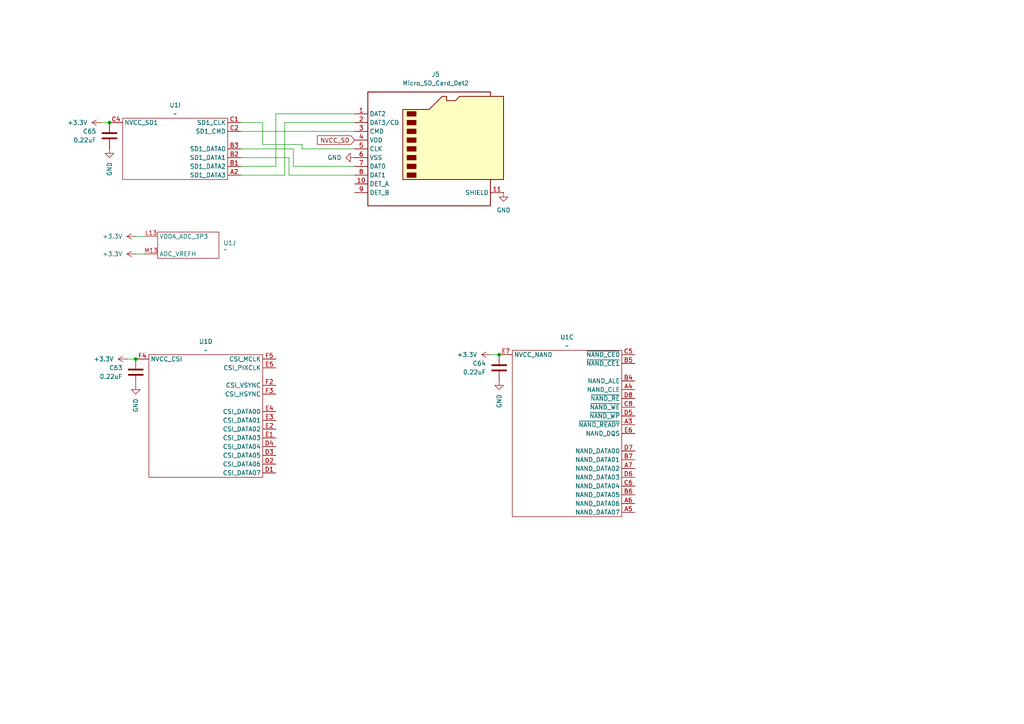
<source format=kicad_sch>
(kicad_sch (version 20231120) (generator "eeschema") (generator_version "8.0")
  (paper "A4")
  (lib_symbols
    (symbol "Connector:Micro_SD_Card_Det2"
      (property "Reference" "J" (at -16.51 17.78 0))
      (property "Value" "Micro_SD_Card_Det2" (at 16.51 17.78 0))
      (symbol "Micro_SD_Card_Det2_0_1"
        (rectangle (start -7.62 -6.985) (end -5.08 -8.255) (stroke (width 0.254)) (fill (type outline)))
        (rectangle (start -7.62 -4.445) (end -5.08 -5.715) (stroke (width 0.254)) (fill (type outline)))
        (rectangle (start -7.62 -1.905) (end -5.08 -3.175) (stroke (width 0.254)) (fill (type outline)))
        (rectangle (start -7.62 0.635) (end -5.08 -0.635) (stroke (width 0.254)) (fill (type outline)))
        (rectangle (start -7.62 3.175) (end -5.08 1.905) (stroke (width 0.254)) (fill (type outline)))
        (rectangle (start -7.62 5.715) (end -5.08 4.445) (stroke (width 0.254)) (fill (type outline)))
        (rectangle (start -7.62 8.255) (end -5.08 6.985) (stroke (width 0.254)) (fill (type outline)))
        (rectangle (start -7.62 10.795) (end -5.08 9.525) (stroke (width 0.254)) (fill (type outline)))
        (polyline (pts (xy 16.51 15.24) (xy 16.51 16.51) (xy -19.05 16.51) (xy -19.05 -16.51) (xy 16.51 -16.51) (xy 16.51 -8.89)) (stroke (width 0.254)))
        (polyline (pts (xy -8.89 -8.89) (xy -8.89 11.43) (xy -1.27 11.43) (xy 2.54 15.24) (xy 3.81 15.24) (xy 3.81 13.97) (xy 6.35 13.97) (xy 7.62 15.24) (xy 20.32 15.24) (xy 20.32 -8.89) (xy -8.89 -8.89)) (stroke (width 0.254)) (fill (type background)))
      )
      (symbol "Micro_SD_Card_Det2_1_1"
        (pin bidirectional line (at -22.86 10.16 0) (length 3.81) (name "DAT2") (number "1"))
        (pin passive line (at -22.86 -10.16 0) (length 3.81) (name "DET_A") (number "10"))
        (pin passive line (at 20.32 -12.7 180) (length 3.81) (name "SHIELD") (number "11"))
        (pin bidirectional line (at -22.86 7.62 0) (length 3.81) (name "DAT3/CD") (number "2"))
        (pin input line (at -22.86 5.08 0) (length 3.81) (name "CMD") (number "3"))
        (pin power_in line (at -22.86 2.54 0) (length 3.81) (name "VDD") (number "4"))
        (pin input line (at -22.86 0 0) (length 3.81) (name "CLK") (number "5"))
        (pin power_in line (at -22.86 -2.54 0) (length 3.81) (name "VSS") (number "6"))
        (pin bidirectional line (at -22.86 -5.08 0) (length 3.81) (name "DAT0") (number "7"))
        (pin bidirectional line (at -22.86 -7.62 0) (length 3.81) (name "DAT1") (number "8"))
        (pin passive line (at -22.86 -12.7 0) (length 3.81) (name "DET_B") (number "9"))
      )
    )
    (symbol "Device:C" (pin_numbers hide) (pin_names (offset 0.254))
      (property "Reference" "C" (at 0.635 2.54 0))
      (property "Value" "C" (at 0.635 -2.54 0))
      (symbol "C_0_1"
        (polyline (pts (xy -2.032 -0.762) (xy 2.032 -0.762)) (stroke (width 0.508)))
        (polyline (pts (xy -2.032 0.762) (xy 2.032 0.762)) (stroke (width 0.508)))
      )
      (symbol "C_1_1"
        (pin passive line (at 0 3.81 270) (length 2.794) (name "~") (number "1"))
        (pin passive line (at 0 -3.81 90) (length 2.794) (name "~") (number "2"))
      )
    )
    (symbol "imx6:MCIMX6Y2CVM08AB"
      (property "Reference" "U" (at -16.002 20.574 0))
      (symbol "MCIMX6Y2CVM08AB_1_1"
        (rectangle (start -21.59 13.97) (end 26.67 -17.78))
        (polyline (pts (xy -8.89 10.16) (xy -6.35 10.16) (xy -7.62 11.43) (xy -7.62 8.89) (xy -6.35 10.16)))
        (polyline (pts (xy -7.62 -8.89) (xy -5.08 -8.89) (xy -6.35 -7.62) (xy -6.35 -10.16) (xy -5.08 -8.89)))
        (polyline (pts (xy 7.62 -8.89) (xy 11.43 -8.89) (xy 10.16 -7.62) (xy 10.16 -10.16) (xy 11.43 -8.89)))
        (polyline (pts (xy 7.62 -2.54) (xy 15.24 -2.54) (xy 13.97 -1.27) (xy 13.97 -3.81) (xy 15.24 -2.54)))
        (polyline (pts (xy 7.62 2.54) (xy 10.16 2.54) (xy 8.89 3.81) (xy 8.89 1.27) (xy 10.16 2.54)))
        (polyline (pts (xy -6.35 0) (xy -6.35 -2.54) (xy -3.81 -2.54) (xy -5.08 -1.27) (xy -5.08 -3.81) (xy -3.81 -2.54)))
        (polyline (pts (xy 10.16 10.16) (xy 10.16 7.62) (xy 12.7 7.62) (xy 11.43 8.89) (xy 11.43 6.35) (xy 12.7 7.62)))
        (polyline (pts (xy -8.89 0) (xy -6.35 0) (xy -6.35 2.54) (xy -3.81 2.54) (xy -5.08 3.81) (xy -5.08 1.27) (xy -3.81 2.54)))
        (polyline (pts (xy 7.62 10.16) (xy 10.16 10.16) (xy 10.16 12.7) (xy 12.7 12.7) (xy 11.43 13.97) (xy 11.43 11.43) (xy 12.7 12.7)))
        (text "LDO_1P1" (at 1.016 -2.54 0) (effects (font (size 1.27 1.27))))
        (text "LDO_2P5" (at 1.27 2.54 0) (effects (font (size 1.27 1.27))))
        (text "LDO_ARM_SOC" (at 0.508 10.16 0) (effects (font (size 1.27 1.27))))
        (text "LDO_SNVS" (at 1.016 -8.89 0) (effects (font (size 1.27 1.27))))
        (text "POWER" (at 22.606 -16.256 0) (effects (font (size 1.27 1.27))))
        (pin power_in line (at -25.4 -13.97 0) (length 3.81) (name "VSS") (number "A1"))
        (pin power_in line (at -25.4 -13.97 0) (length 3.81) hide (name "VSS") (number "A17"))
        (pin power_in line (at -25.4 -13.97 0) (length 3.81) hide (name "VSS") (number "C11"))
        (pin power_in line (at -25.4 -13.97 0) (length 3.81) hide (name "VSS") (number "C15"))
        (pin power_in line (at -25.4 -13.97 0) (length 3.81) hide (name "VSS") (number "C3"))
        (pin power_in line (at -25.4 -13.97 0) (length 3.81) hide (name "VSS") (number "C7"))
        (pin power_in line (at -25.4 -13.97 0) (length 3.81) hide (name "VSS") (number "E11"))
        (pin power_in line (at -25.4 -13.97 0) (length 3.81) hide (name "VSS") (number "E8"))
        (pin power_in line (at -25.4 -13.97 0) (length 3.81) hide (name "VSS") (number "F10"))
        (pin power_in line (at -25.4 -13.97 0) (length 3.81) hide (name "VSS") (number "F11"))
        (pin power_in line (at -25.4 -13.97 0) (length 3.81) hide (name "VSS") (number "F12"))
        (pin power_in line (at -25.4 -13.97 0) (length 3.81) hide (name "VSS") (number "F6"))
        (pin power_in line (at -25.4 -13.97 0) (length 3.81) hide (name "VSS") (number "F7"))
        (pin power_in line (at -25.4 -13.97 0) (length 3.81) hide (name "VSS") (number "F8"))
        (pin power_in line (at -25.4 -13.97 0) (length 3.81) hide (name "VSS") (number "F9"))
        (pin power_out line (at 30.48 12.7 180) (length 3.81) hide (name "VDD_ARM_CAP") (number "G10"))
        (pin power_out line (at 30.48 12.7 180) (length 3.81) hide (name "VDD_ARM_CAP") (number "G11"))
        (pin power_in line (at -25.4 -13.97 0) (length 3.81) hide (name "VSS") (number "G12"))
        (pin power_in line (at -25.4 -13.97 0) (length 3.81) hide (name "VSS") (number "G15"))
        (pin power_in line (at -25.4 -13.97 0) (length 3.81) hide (name "VSS") (number "G3"))
        (pin power_in line (at -25.4 -13.97 0) (length 3.81) hide (name "VSS") (number "G5"))
        (pin power_in line (at -25.4 -13.97 0) (length 3.81) hide (name "VSS") (number "G7"))
        (pin power_out line (at 30.48 7.62 180) (length 3.81) (name "VDD_SOC_CAP") (number "G8"))
        (pin power_out line (at 30.48 12.7 180) (length 3.81) (name "VDD_ARM_CAP") (number "G9"))
        (pin power_in line (at -25.4 10.16 0) (length 3.81) hide (name "VDD_SOC_IN") (number "H10"))
        (pin power_out line (at 30.48 12.7 180) (length 3.81) hide (name "VDD_ARM_CAP") (number "H11"))
        (pin power_in line (at -25.4 -13.97 0) (length 3.81) hide (name "VSS") (number "H12"))
        (pin power_in line (at -25.4 -13.97 0) (length 3.81) hide (name "VSS") (number "H7"))
        (pin power_out line (at 30.48 7.62 180) (length 3.81) hide (name "VDD_SOC_CAP") (number "H8"))
        (pin power_in line (at -25.4 10.16 0) (length 3.81) (name "VDD_SOC_IN") (number "H9"))
        (pin power_in line (at -25.4 10.16 0) (length 3.81) hide (name "VDD_SOC_IN") (number "J10"))
        (pin power_out line (at 30.48 7.62 180) (length 3.81) hide (name "VDD_SOC_CAP") (number "J11"))
        (pin power_in line (at -25.4 -13.97 0) (length 3.81) hide (name "VSS") (number "J12"))
        (pin power_in line (at -25.4 -13.97 0) (length 3.81) hide (name "VSS") (number "J5"))
        (pin power_in line (at -25.4 -13.97 0) (length 3.81) hide (name "VSS") (number "J7"))
        (pin power_out line (at 30.48 7.62 180) (length 3.81) hide (name "VDD_SOC_CAP") (number "J8"))
        (pin power_in line (at -25.4 10.16 0) (length 3.81) hide (name "VDD_SOC_IN") (number "J9"))
        (pin power_in line (at -25.4 10.16 0) (length 3.81) hide (name "VDD_SOC_IN") (number "K10"))
        (pin power_out line (at 30.48 7.62 180) (length 3.81) hide (name "VDD_SOC_CAP") (number "K11"))
        (pin power_in line (at -25.4 -13.97 0) (length 3.81) hide (name "VSS") (number "K12"))
        (pin power_in line (at -25.4 -13.97 0) (length 3.81) hide (name "VSS") (number "K7"))
        (pin power_out line (at 30.48 7.62 180) (length 3.81) hide (name "VDD_SOC_CAP") (number "K8"))
        (pin power_in line (at -25.4 10.16 0) (length 3.81) hide (name "VDD_SOC_IN") (number "K9"))
        (pin power_out line (at 30.48 7.62 180) (length 3.81) hide (name "VDD_SOC_CAP") (number "L10"))
        (pin power_out line (at 30.48 7.62 180) (length 3.81) hide (name "VDD_SOC_CAP") (number "L11"))
        (pin power_in line (at -25.4 -13.97 0) (length 3.81) hide (name "VSS") (number "L12"))
        (pin power_in line (at -25.4 -13.97 0) (length 3.81) hide (name "VSS") (number "L3"))
        (pin power_in line (at -25.4 -13.97 0) (length 3.81) hide (name "VSS") (number "L7"))
        (pin power_out line (at 30.48 7.62 180) (length 3.81) hide (name "VDD_SOC_CAP") (number "L8"))
        (pin power_out line (at 30.48 7.62 180) (length 3.81) hide (name "VDD_SOC_CAP") (number "L9"))
        (pin power_in line (at -25.4 -13.97 0) (length 3.81) hide (name "VSS") (number "M10"))
        (pin power_in line (at -25.4 -13.97 0) (length 3.81) hide (name "VSS") (number "M11"))
        (pin power_in line (at -25.4 -16.51 0) (length 3.81) (name "NGND_KEL0") (number "M12"))
        (pin power_in line (at -25.4 -13.97 0) (length 3.81) hide (name "VSS") (number "M7"))
        (pin power_in line (at -25.4 -13.97 0) (length 3.81) hide (name "VSS") (number "M8"))
        (pin power_in line (at -25.4 -13.97 0) (length 3.81) hide (name "VSS") (number "M9"))
        (pin power_out line (at 30.48 -8.89 180) (length 3.81) (name "VDD_SNVS_CAP") (number "N12"))
        (pin power_in line (at -25.4 0 0) (length 3.81) (name "VDD_HIGH_IN") (number "N13"))
        (pin power_in line (at -25.4 -13.97 0) (length 3.81) hide (name "VSS") (number "N3"))
        (pin power_in line (at -25.4 -13.97 0) (length 3.81) hide (name "VSS") (number "N5"))
        (pin power_in line (at -25.4 -8.89 0) (length 3.81) (name "VDD_SNVS_IN") (number "P12"))
        (pin power_out line (at 30.48 -2.54 180) (length 3.81) (name "NVCC_PLL") (number "P13"))
        (pin power_in line (at -25.4 -13.97 0) (length 3.81) hide (name "VSS") (number "R11"))
        (pin power_out line (at 30.48 2.54 180) (length 3.81) (name "VDD_HIGH_CAP") (number "R14"))
        (pin power_out line (at 30.48 2.54 180) (length 3.81) hide (name "VDD_HIGH_CAP") (number "R15"))
        (pin power_in line (at -25.4 -13.97 0) (length 3.81) hide (name "VSS") (number "R16"))
        (pin power_in line (at -25.4 -13.97 0) (length 3.81) hide (name "VSS") (number "R17"))
        (pin power_in line (at -25.4 -13.97 0) (length 3.81) hide (name "VSS") (number "R3"))
        (pin power_in line (at -25.4 -13.97 0) (length 3.81) hide (name "VSS") (number "R5"))
        (pin power_in line (at -25.4 -13.97 0) (length 3.81) hide (name "VSS") (number "R7"))
        (pin power_in line (at -25.4 -13.97 0) (length 3.81) hide (name "VSS") (number "T14"))
        (pin power_in line (at -25.4 -13.97 0) (length 3.81) hide (name "VSS") (number "U1"))
        (pin power_in line (at -25.4 -13.97 0) (length 3.81) hide (name "VSS") (number "U14"))
        (pin power_in line (at -25.4 -13.97 0) (length 3.81) hide (name "VSS") (number "U17"))
      )
      (symbol "MCIMX6Y2CVM08AB_2_1"
        (rectangle (start -22.86 -77.47) (end 16.51 19.05))
        (pin bidirectional line (at 20.32 -43.18 180) (length 3.81) (name "DRAM_ODT1") (number "F1"))
        (pin output line (at -26.67 -17.78 0) (length 3.81) (name "DRAM_ADDR14") (number "G1"))
        (pin output line (at -26.67 2.54 0) (length 3.81) (name "DRAM_ADDR06") (number "G2"))
        (pin passive line (at -26.67 -60.96 0) (length 3.81) (name "DRAM_RESET") (number "G4"))
        (pin power_in line (at 20.32 -58.42 180) (length 3.81) (name "NVCC_DRAM") (number "G6"))
        (pin output line (at -26.67 -27.94 0) (length 3.81) (name "DRAM_SDBA1") (number "H1"))
        (pin output line (at -26.67 15.24 0) (length 3.81) (name "DRAM_ADDR01") (number "H2"))
        (pin output line (at -26.67 -15.24 0) (length 3.81) (name "DRAM_ADDR13") (number "H3"))
        (pin output line (at -26.67 0 0) (length 3.81) (name "DRAM_ADDR07") (number "H4"))
        (pin output line (at -26.67 -38.1 0) (length 3.81) (name "~{DRAM_CS1}") (number "H5"))
        (pin power_in line (at 20.32 -58.42 180) (length 3.81) hide (name "NVCC_DRAM") (number "H6"))
        (pin output line (at -26.67 -48.26 0) (length 3.81) (name "~{DRAM_SDWE}") (number "J1"))
        (pin output line (at -26.67 -45.72 0) (length 3.81) (name "~{DRAM_CAS}") (number "J2"))
        (pin passive line (at 20.32 -50.8 180) (length 3.81) (name "DRAM_SDCKE1") (number "J3"))
        (pin output line (at -26.67 -2.54 0) (length 3.81) (name "DRAM_ADDR08") (number "J4"))
        (pin power_in line (at 20.32 -58.42 180) (length 3.81) hide (name "NVCC_DRAM") (number "J6"))
        (pin output line (at -26.67 12.7 0) (length 3.81) (name "DRAM_ADDR02") (number "K1"))
        (pin output line (at -26.67 -30.48 0) (length 3.81) (name "DRAM_SDBA2") (number "K2"))
        (pin output line (at -26.67 -10.16 0) (length 3.81) (name "DRAM_ADDR11") (number "K3"))
        (pin output line (at -26.67 7.62 0) (length 3.81) (name "DRAM_ADDR04") (number "K4"))
        (pin output line (at -26.67 -20.32 0) (length 3.81) (name "DRAM_ADDR15") (number "K5"))
        (pin power_in line (at 20.32 -58.42 180) (length 3.81) hide (name "NVCC_DRAM") (number "K6"))
        (pin output line (at -26.67 5.08 0) (length 3.81) (name "DRAM_ADDR05") (number "L1"))
        (pin output line (at -26.67 -5.08 0) (length 3.81) (name "DRAM_ADDR09") (number "L2"))
        (pin output line (at -26.67 -12.7 0) (length 3.81) (name "DRAM_ADDR12") (number "L4"))
        (pin output line (at -26.67 17.78 0) (length 3.81) (name "DRAM_ADDR00") (number "L5"))
        (pin power_in line (at 20.32 -58.42 180) (length 3.81) hide (name "NVCC_DRAM") (number "L6"))
        (pin output line (at -26.67 -25.4 0) (length 3.81) (name "DRAM_SDBA0") (number "M1"))
        (pin output line (at -26.67 10.16 0) (length 3.81) (name "DRAM_ADDR03") (number "M2"))
        (pin passive line (at 20.32 -53.34 180) (length 3.81) (name "DRAM_SDCKE0") (number "M3"))
        (pin output line (at -26.67 -7.62 0) (length 3.81) (name "DRAM_ADDR10") (number "M4"))
        (pin output line (at -26.67 -43.18 0) (length 3.81) (name "~{DRAM_RAS}") (number "M5"))
        (pin power_in line (at 20.32 -58.42 180) (length 3.81) hide (name "NVCC_DRAM") (number "M6"))
        (pin bidirectional line (at 20.32 -45.72 180) (length 3.81) (name "DRAM_ODT0") (number "N1"))
        (pin output line (at -26.67 -35.56 0) (length 3.81) (name "~{DRAM_CS0}") (number "N2"))
        (pin passive line (at -26.67 -66.04 0) (length 3.81) (name "DRAM_ZQPAD") (number "N4"))
        (pin power_in line (at -26.67 -71.12 0) (length 3.81) (name "NVCC_DRAM_2P5") (number "N6"))
        (pin output line (at -26.67 -53.34 0) (length 3.81) (name "DRAM_SDCLK0_P") (number "P1"))
        (pin output line (at -26.67 -55.88 0) (length 3.81) (name "DRAM_SDCLK0_N") (number "P2"))
        (pin bidirectional line (at 20.32 -25.4 180) (length 3.81) (name "DRAM_DATA13") (number "P3"))
        (pin power_in line (at -26.67 -76.2 0) (length 3.81) (name "DRAM_VREF") (number "P4"))
        (pin bidirectional line (at 20.32 -22.86 180) (length 3.81) (name "DRAM_DATA12") (number "P5"))
        (pin bidirectional line (at 20.32 -2.54 180) (length 3.81) (name "DRAM_SDQS0_P") (number "P6"))
        (pin bidirectional line (at 20.32 -5.08 180) (length 3.81) (name "DRAM_SDQS0_N") (number "P7"))
        (pin bidirectional line (at 20.32 -30.48 180) (length 3.81) (name "DRAM_DATA15") (number "R1"))
        (pin bidirectional line (at 20.32 -27.94 180) (length 3.81) (name "DRAM_DATA14") (number "R2"))
        (pin bidirectional line (at 20.32 -20.32 180) (length 3.81) (name "DRAM_DATA11") (number "R4"))
        (pin bidirectional line (at 20.32 -33.02 180) (length 3.81) (name "DRAM_SDQS1_P") (number "T1"))
        (pin bidirectional line (at 20.32 -35.56 180) (length 3.81) (name "DRAM_SDQS1_N") (number "T2"))
        (pin bidirectional line (at 20.32 -38.1 180) (length 3.81) (name "DRAM_DQM1") (number "T3"))
        (pin bidirectional line (at 20.32 17.78 180) (length 3.81) (name "DRAM_DATA00") (number "T4"))
        (pin bidirectional line (at 20.32 2.54 180) (length 3.81) (name "DRAM_DATA06") (number "T5"))
        (pin bidirectional line (at 20.32 12.7 180) (length 3.81) (name "DRAM_DATA02") (number "T6"))
        (pin bidirectional line (at 20.32 -7.62 180) (length 3.81) (name "DRAM_DQM0") (number "T7"))
        (pin bidirectional line (at 20.32 5.08 180) (length 3.81) (name "DRAM_DATA05") (number "T8"))
        (pin bidirectional line (at 20.32 -12.7 180) (length 3.81) (name "DRAM_DATA08") (number "U2"))
        (pin bidirectional line (at 20.32 -15.24 180) (length 3.81) (name "DRAM_DATA09") (number "U3"))
        (pin bidirectional line (at 20.32 0 180) (length 3.81) (name "DRAM_DATA07") (number "U4"))
        (pin bidirectional line (at 20.32 -17.78 180) (length 3.81) (name "DRAM_DATA10") (number "U5"))
        (pin bidirectional line (at 20.32 15.24 180) (length 3.81) (name "DRAM_DATA01") (number "U6"))
        (pin bidirectional line (at 20.32 10.16 180) (length 3.81) (name "DRAM_DATA03") (number "U7"))
        (pin bidirectional line (at 20.32 7.62 180) (length 3.81) (name "DRAM_DATA04") (number "U8"))
      )
      (symbol "MCIMX6Y2CVM08AB_3_1"
        (rectangle (start -19.05 16.51) (end 12.7 -31.75))
        (pin passive line (at 16.51 -5.08 180) (length 3.81) (name "~{NAND_READY}") (number "A3"))
        (pin passive line (at 16.51 5.08 180) (length 3.81) (name "NAND_CLE") (number "A4"))
        (pin passive line (at 16.51 -30.48 180) (length 3.81) (name "NAND_DATA07") (number "A5"))
        (pin passive line (at 16.51 -27.94 180) (length 3.81) (name "NAND_DATA06") (number "A6"))
        (pin passive line (at 16.51 -17.78 180) (length 3.81) (name "NAND_DATA02") (number "A7"))
        (pin passive line (at 16.51 7.62 180) (length 3.81) (name "NAND_ALE") (number "B4"))
        (pin passive line (at 16.51 12.7 180) (length 3.81) (name "~{NAND_CE1}") (number "B5"))
        (pin passive line (at 16.51 -25.4 180) (length 3.81) (name "NAND_DATA05") (number "B6"))
        (pin passive line (at 16.51 -15.24 180) (length 3.81) (name "NAND_DATA01") (number "B7"))
        (pin passive line (at 16.51 15.24 180) (length 3.81) (name "~{NAND_CE0}") (number "C5"))
        (pin passive line (at 16.51 -22.86 180) (length 3.81) (name "NAND_DATA04") (number "C6"))
        (pin passive line (at 16.51 0 180) (length 3.81) (name "~{NAND_WE}") (number "C8"))
        (pin passive line (at 16.51 -2.54 180) (length 3.81) (name "~{NAND_WP}") (number "D5"))
        (pin passive line (at 16.51 -20.32 180) (length 3.81) (name "NAND_DATA03") (number "D6"))
        (pin passive line (at 16.51 -12.7 180) (length 3.81) (name "NAND_DATA00") (number "D7"))
        (pin passive line (at 16.51 2.54 180) (length 3.81) (name "~{NAND_RE}") (number "D8"))
        (pin passive line (at 16.51 -7.62 180) (length 3.81) (name "NAND_DQS") (number "E6"))
        (pin power_in line (at -22.86 15.24 0) (length 3.81) (name "NVCC_NAND") (number "E7"))
      )
      (symbol "MCIMX6Y2CVM08AB_4_1"
        (rectangle (start 6.35 -24.13) (end -26.67 11.43))
        (pin passive line (at 10.16 -22.86 180) (length 3.81) (name "CSI_DATA07") (number "D1"))
        (pin passive line (at 10.16 -20.32 180) (length 3.81) (name "CSI_DATA06") (number "D2"))
        (pin passive line (at 10.16 -17.78 180) (length 3.81) (name "CSI_DATA05") (number "D3"))
        (pin passive line (at 10.16 -15.24 180) (length 3.81) (name "CSI_DATA04") (number "D4"))
        (pin passive line (at 10.16 -12.7 180) (length 3.81) (name "CSI_DATA03") (number "E1"))
        (pin passive line (at 10.16 -10.16 180) (length 3.81) (name "CSI_DATA02") (number "E2"))
        (pin passive line (at 10.16 -7.62 180) (length 3.81) (name "CSI_DATA01") (number "E3"))
        (pin passive line (at 10.16 -5.08 180) (length 3.81) (name "CSI_DATA00") (number "E4"))
        (pin passive line (at 10.16 7.62 180) (length 3.81) (name "CSI_PIXCLK") (number "E5"))
        (pin passive line (at 10.16 2.54 180) (length 3.81) (name "CSI_VSYNC") (number "F2"))
        (pin passive line (at 10.16 0 180) (length 3.81) (name "CSI_HSYNC") (number "F3"))
        (pin power_in line (at -30.48 10.16 0) (length 3.81) (name "NVCC_CSI") (number "F4"))
        (pin passive line (at 10.16 10.16 180) (length 3.81) (name "CSI_MCLK") (number "F5"))
      )
      (symbol "MCIMX6Y2CVM08AB_5_1"
        (rectangle (start 11.43 -11.43) (end -21.59 13.97))
        (pin power_in line (at -25.4 12.7 0) (length 3.81) (name "NVCC_GPIO") (number "J13"))
        (pin passive line (at 15.24 12.7 180) (length 3.81) (name "GPIO1_IO00") (number "K13"))
        (pin passive line (at 15.24 -2.54 180) (length 3.81) (name "GPIO1_IO06") (number "K17"))
        (pin passive line (at 15.24 7.62 180) (length 3.81) (name "GPIO1_IO02") (number "L14"))
        (pin passive line (at 15.24 10.16 180) (length 3.81) (name "GPIO1_IO01") (number "L15"))
        (pin passive line (at 15.24 -5.08 180) (length 3.81) (name "GPIO1_IO07") (number "L16"))
        (pin passive line (at 15.24 5.08 180) (length 3.81) (name "GPIO1_IO03") (number "L17"))
        (pin passive line (at 15.24 -10.16 180) (length 3.81) (name "GPIO1_IO09") (number "M15"))
        (pin passive line (at 15.24 2.54 180) (length 3.81) (name "GPIO1_IO04") (number "M16"))
        (pin passive line (at 15.24 0 180) (length 3.81) (name "GPIO1_IO05") (number "M17"))
        (pin passive line (at 15.24 -7.62 180) (length 3.81) (name "GPIO1_IO08") (number "N17"))
      )
      (symbol "MCIMX6Y2CVM08AB_6_1"
        (rectangle (start 17.78 -26.67) (end -22.86 16.51))
        (pin passive line (at 21.59 -7.62 180) (length 3.81) (name "ENET2_TX_DATA0") (number "A15"))
        (pin passive line (at 21.59 -10.16 180) (length 3.81) (name "ENET2_TX_DATA1") (number "A16"))
        (pin passive line (at 21.59 -12.7 180) (length 3.81) (name "ENET2_TX_EN") (number "B15"))
        (pin passive line (at 21.59 -25.4 180) (length 3.81) (name "ENET2_RX_EN") (number "B17"))
        (pin passive line (at 21.59 -20.32 180) (length 3.81) (name "ENET2_RX_DATA1") (number "C16"))
        (pin passive line (at 21.59 -17.78 180) (length 3.81) (name "ENET2_RX_DATA0") (number "C17"))
        (pin passive line (at 21.59 0 180) (length 3.81) (name "ENET1_RX_ER") (number "D15"))
        (pin passive line (at 21.59 -22.86 180) (length 3.81) (name "ENET2_RX_ER") (number "D16"))
        (pin passive line (at 21.59 -15.24 180) (length 3.81) (name "ENET2_TX_CLK") (number "D17"))
        (pin passive line (at 21.59 12.7 180) (length 3.81) (name "ENET1_TX_DATA1") (number "E14"))
        (pin passive line (at 21.59 15.24 180) (length 3.81) (name "ENET1_TX_DATA0") (number "E15"))
        (pin passive line (at 21.59 -2.54 180) (length 3.81) (name "ENET1_RX_EN") (number "E16"))
        (pin passive line (at 21.59 2.54 180) (length 3.81) (name "ENET1_RX_DATA1") (number "E17"))
        (pin power_in line (at -26.67 15.24 0) (length 3.81) (name "NVCC_ENET") (number "F13"))
        (pin passive line (at 21.59 7.62 180) (length 3.81) (name "ENET1_TX_CLK") (number "F14"))
        (pin passive line (at 21.59 10.16 180) (length 3.81) (name "ENET1_TX_EN") (number "F15"))
        (pin passive line (at 21.59 5.08 180) (length 3.81) (name "ENET1_RX_DATA0") (number "F16"))
      )
      (symbol "MCIMX6Y2CVM08AB_7_1"
        (rectangle (start 12.7 -60.96) (end -15.24 17.78))
        (pin passive line (at 16.51 -16.51 180) (length 3.81) (name "LCD_DATA06") (number "A10"))
        (pin passive line (at 16.51 -24.13 180) (length 3.81) (name "LCD_DATA09") (number "A11"))
        (pin passive line (at 16.51 -36.83 180) (length 3.81) (name "LCD_DATA14") (number "A12"))
        (pin passive line (at 16.51 -46.99 180) (length 3.81) (name "LCD_DATA18") (number "A13"))
        (pin passive line (at 16.51 -57.15 180) (length 3.81) (name "LCD_DATA22") (number "A14"))
        (pin output line (at 16.51 16.51 180) (length 3.81) (name "LCD_CLK") (number "A8"))
        (pin passive line (at 16.51 -3.81 180) (length 3.81) (name "LCD_DATA01") (number "A9"))
        (pin passive line (at 16.51 -13.97 180) (length 3.81) (name "LCD_DATA05") (number "B10"))
        (pin passive line (at 16.51 -21.59 180) (length 3.81) (name "LCD_DATA08") (number "B11"))
        (pin passive line (at 16.51 -34.29 180) (length 3.81) (name "LCD_DATA13") (number "B12"))
        (pin passive line (at 16.51 -44.45 180) (length 3.81) (name "LCD_DATA17") (number "B13"))
        (pin passive line (at 16.51 -54.61 180) (length 3.81) (name "LCD_DATA21") (number "B14"))
        (pin passive line (at 16.51 -59.69 180) (length 3.81) (name "LCD_DATA23") (number "B16"))
        (pin output line (at 16.51 11.43 180) (length 3.81) (name "LCD_ENABLE") (number "B8"))
        (pin passive line (at 16.51 -1.27 180) (length 3.81) (name "LCD_DATA00") (number "B9"))
        (pin passive line (at 16.51 -11.43 180) (length 3.81) (name "LCD_DATA04") (number "C10"))
        (pin passive line (at 16.51 -31.75 180) (length 3.81) (name "LCD_DATA12") (number "C12"))
        (pin passive line (at 16.51 -41.91 180) (length 3.81) (name "LCD_DATA16") (number "C13"))
        (pin passive line (at 16.51 -52.07 180) (length 3.81) (name "LCD_DATA20") (number "C14"))
        (pin output line (at 16.51 6.35 180) (length 3.81) (name "LCD_VSYNC") (number "C9"))
        (pin passive line (at 16.51 -8.89 180) (length 3.81) (name "LCD_DATA03") (number "D10"))
        (pin passive line (at 16.51 -19.05 180) (length 3.81) (name "LCD_DATA07") (number "D11"))
        (pin passive line (at 16.51 -29.21 180) (length 3.81) (name "LCD_DATA11") (number "D12"))
        (pin passive line (at 16.51 -39.37 180) (length 3.81) (name "LCD_DATA15") (number "D13"))
        (pin passive line (at 16.51 -49.53 180) (length 3.81) (name "LCD_DATA19") (number "D14"))
        (pin output line (at 16.51 8.89 180) (length 3.81) (name "LCD_HSYNC") (number "D9"))
        (pin passive line (at 16.51 -6.35 180) (length 3.81) (name "LCD_DATA02") (number "E10"))
        (pin passive line (at 16.51 -26.67 180) (length 3.81) (name "LCD_DATA10") (number "E12"))
        (pin power_in line (at -19.05 16.51 0) (length 3.81) (name "NVCC_LCD") (number "E13"))
        (pin output line (at 16.51 3.81 180) (length 3.81) (name "LCD_RESET") (number "E9"))
      )
      (symbol "MCIMX6Y2CVM08AB_8_1"
        (polyline (pts (xy 2.54 -3.81) (xy 6.35 -3.81) (xy 5.08 -2.54) (xy 5.08 -5.08) (xy 6.35 -3.81)))
        (polyline (pts (xy -15.24 -11.43) (xy -15.24 -5.08) (xy -10.16 -5.08) (xy -11.43 -3.81) (xy -11.43 -6.35) (xy -10.16 -5.08)))
        (polyline (pts (xy -15.24 5.08) (xy -15.24 -2.54) (xy -10.16 -2.54) (xy -11.43 -1.27) (xy -11.43 -3.81) (xy -10.16 -2.54)))
        (rectangle (start 20.32 -15.24) (end -22.86 7.62))
        (text "LDO_USB" (at -3.302 -4.064 0) (effects (font (size 1.27 1.27))))
        (pin power_out line (at 24.13 -3.81 180) (length 3.81) (name "VDD_USB_CAP") (number "R12"))
        (pin power_in line (at -26.67 6.35 0) (length 3.81) (name "USB_OTG1_VBUS") (number "T12"))
        (pin passive line (at 24.13 -11.43 180) (length 3.81) (name "USB_OTG2_DN") (number "T13"))
        (pin passive line (at 24.13 6.35 180) (length 3.81) (name "USB_OTG1_DN") (number "T15"))
        (pin power_in line (at -26.67 -13.97 0) (length 3.81) (name "USB_OTG2_VBUS") (number "U12"))
        (pin passive line (at 24.13 -13.97 180) (length 3.81) (name "USB_OTG2_DP") (number "U13"))
        (pin passive line (at 24.13 3.81 180) (length 3.81) (name "USB_OTG1_DP") (number "U15"))
        (pin passive line (at 24.13 1.27 180) (length 3.81) (name "~{USB_OTG1_CHD}") (number "U16"))
      )
      (symbol "MCIMX6Y2CVM08AB_9_1"
        (rectangle (start 10.16 -11.43) (end -20.32 6.35))
        (pin passive line (at 13.97 -10.16 180) (length 3.81) (name "SD1_DATA3") (number "A2"))
        (pin passive line (at 13.97 -7.62 180) (length 3.81) (name "SD1_DATA2") (number "B1"))
        (pin passive line (at 13.97 -5.08 180) (length 3.81) (name "SD1_DATA1") (number "B2"))
        (pin passive line (at 13.97 -2.54 180) (length 3.81) (name "SD1_DATA0") (number "B3"))
        (pin passive line (at 13.97 5.08 180) (length 3.81) (name "SD1_CLK") (number "C1"))
        (pin passive line (at 13.97 2.54 180) (length 3.81) (name "SD1_CMD") (number "C2"))
        (pin power_in line (at -24.13 5.08 0) (length 3.81) (name "NVCC_SD1") (number "C4"))
      )
      (symbol "MCIMX6Y2CVM08AB_10_1"
        (rectangle (start -13.97 2.54) (end 3.81 -5.08))
        (pin power_in line (at -17.78 1.27 0) (length 3.81) (name "VDDA_ADC_3P3") (number "L13"))
        (pin power_in line (at -17.78 -3.81 0) (length 3.81) (name "ADC_VREFH") (number "M13"))
      )
      (symbol "MCIMX6Y2CVM08AB_11_1"
        (rectangle (start 20.32 -63.5) (end -17.78 17.78))
        (pin passive line (at 24.13 -59.69 180) (length 3.81) (name "UART5_TX_DATA") (number "F17"))
        (pin passive line (at 24.13 -62.23 180) (length 3.81) (name "UART5_RX_DATA") (number "G13"))
        (pin passive line (at 24.13 -44.45 180) (length 3.81) (name "~{UART3_RTS}") (number "G14"))
        (pin passive line (at 24.13 -54.61 180) (length 3.81) (name "UART4_RX_DATA") (number "G16"))
        (pin passive line (at 24.13 -52.07 180) (length 3.81) (name "UART4_TX_DATA") (number "G17"))
        (pin power_in line (at 24.13 -8.89 180) (length 3.81) (name "NVCC_UART") (number "H13"))
        (pin passive line (at 24.13 -31.75 180) (length 3.81) (name "~{UART2_RTS}") (number "H14"))
        (pin passive line (at 24.13 -46.99 180) (length 3.81) (name "~{UART3_CTS}") (number "H15"))
        (pin passive line (at 24.13 -41.91 180) (length 3.81) (name "UART3_RX_DATA") (number "H16"))
        (pin passive line (at 24.13 -39.37 180) (length 3.81) (name "UART3_TX_DATA") (number "H17"))
        (pin passive line (at 24.13 -19.05 180) (length 3.81) (name "~{UART1_RTS}") (number "J14"))
        (pin passive line (at 24.13 -34.29 180) (length 3.81) (name "~{UART2_CTS}") (number "J15"))
        (pin passive line (at 24.13 -29.21 180) (length 3.81) (name "UART2_RX_DATA") (number "J16"))
        (pin passive line (at 24.13 -26.67 180) (length 3.81) (name "UART2_TX_DATA") (number "J17"))
        (pin passive line (at 24.13 -13.97 180) (length 3.81) (name "UART1_TX_DATA") (number "K14"))
        (pin passive line (at 24.13 -21.59 180) (length 3.81) (name "~{UART1_CTS}") (number "K15"))
        (pin passive line (at 24.13 -16.51 180) (length 3.81) (name "UART1_RX_DATA") (number "K16"))
        (pin passive line (at 24.13 16.51 180) (length 3.81) (name "JTAG_TCK") (number "M14"))
        (pin passive line (at -21.59 -19.05 0) (length 3.81) (name "SNVS_TAMPER7") (number "N10"))
        (pin passive line (at -21.59 -16.51 0) (length 3.81) (name "SNVS_TAMPER6") (number "N11"))
        (pin passive line (at 24.13 6.35 180) (length 3.81) (name "~{JTAG_TRST}") (number "N14"))
        (pin passive line (at 24.13 8.89 180) (length 3.81) (name "JTAG_TDO") (number "N15"))
        (pin passive line (at 24.13 11.43 180) (length 3.81) (name "JTAG_TDI") (number "N16"))
        (pin passive line (at -21.59 3.81 0) (length 3.81) (name "TEST_MODE") (number "N7"))
        (pin passive line (at -21.59 -13.97 0) (length 3.81) (name "SNVS_TAMPER5") (number "N8"))
        (pin passive line (at -21.59 -21.59 0) (length 3.81) (name "SNVS_TAMPER8") (number "N9"))
        (pin passive line (at -21.59 -8.89 0) (length 3.81) (name "SNVS_TAMPER3") (number "P10"))
        (pin passive line (at -21.59 -6.35 0) (length 3.81) (name "SNVS_TAMPER2") (number "P11"))
        (pin passive line (at 24.13 13.97 180) (length 3.81) (name "JTAG_TMS") (number "P14"))
        (pin passive line (at 24.13 3.81 180) (length 3.81) (name "JTAG_MOD") (number "P15"))
        (pin passive line (at 24.13 -1.27 180) (length 3.81) (name "CCM_CLK1_N") (number "P16"))
        (pin passive line (at 24.13 -3.81 180) (length 3.81) (name "CCM_CLK1_P") (number "P17"))
        (pin passive line (at -21.59 13.97 0) (length 3.81) (name "~{POR}") (number "P8"))
        (pin passive line (at -21.59 -11.43 0) (length 3.81) (name "SNVS_TAMPER4") (number "P9"))
        (pin passive line (at -21.59 -1.27 0) (length 3.81) (name "SNVS_TAMPER0") (number "R10"))
        (pin passive line (at -21.59 -52.07 0) (length 3.81) (name "GPANIO") (number "R13"))
        (pin passive line (at -21.59 -24.13 0) (length 3.81) (name "SNVS_TAMPER9") (number "R6"))
        (pin passive line (at -21.59 16.51 0) (length 3.81) (name "ONOFF") (number "R8"))
        (pin passive line (at -21.59 -3.81 0) (length 3.81) (name "SNVS_TAMPER1") (number "R9"))
        (pin passive line (at -21.59 8.89 0) (length 3.81) (name "BOOT_MODE0") (number "T10"))
        (pin passive line (at -21.59 -44.45 0) (length 3.81) (name "RTC_XTALI") (number "T11"))
        (pin passive line (at -21.59 -36.83 0) (length 3.81) (name "XTALI") (number "T16"))
        (pin passive line (at -21.59 -39.37 0) (length 3.81) (name "XTALO") (number "T17"))
        (pin passive line (at -21.59 -31.75 0) (length 3.81) (name "SNVS_PMIC_ON_REQ") (number "T9"))
        (pin passive line (at -21.59 6.35 0) (length 3.81) (name "BOOT_MODE1") (number "U10"))
        (pin passive line (at -21.59 -46.99 0) (length 3.81) (name "RTC_XTALO") (number "U11"))
        (pin passive line (at -21.59 -29.21 0) (length 3.81) (name "CCM_PMIC_STBY_REQ") (number "U9"))
      )
    )
    (symbol "power:+3.3V" (power) (pin_numbers hide) (pin_names (offset 0) hide)
      (property "Value" "+3.3V" (at 0 3.556 0))
      (symbol "+3.3V_0_1"
        (polyline (pts (xy -0.762 1.27) (xy 0 2.54)))
        (polyline (pts (xy 0 0) (xy 0 2.54)))
        (polyline (pts (xy 0 2.54) (xy 0.762 1.27)))
      )
      (symbol "+3.3V_1_1"
        (pin power_in line (at 0 0 90) (length 0) (name "~") (number "1"))
      )
    )
    (symbol "power:GND" (power) (pin_numbers hide) (pin_names (offset 0) hide)
      (property "Value" "GND" (at 0 -3.81 0))
      (symbol "GND_0_1"
        (polyline (pts (xy 0 0) (xy 0 -1.27) (xy 1.27 -1.27) (xy 0 -2.54) (xy -1.27 -1.27) (xy 0 -1.27)))
      )
      (symbol "GND_1_1"
        (pin power_in line (at 0 0 270) (length 0) (name "~") (number "1"))
      )
    )
  )
  (junction (at 39.37 104.14))
  (junction (at 31.75 35.56))
  (junction (at 144.78 102.87))
  (wire (pts (xy 85.09 43.18) (xy 85.09 48.26)))
  (wire (pts (xy 76.2 35.56) (xy 76.2 41.91)))
  (wire (pts (xy 69.85 45.72) (xy 83.82 45.72)))
  (wire (pts (xy 76.2 41.91) (xy 87.63 41.91)))
  (wire (pts (xy 80.01 33.02) (xy 102.87 33.02)))
  (wire (pts (xy 36.83 104.14) (xy 39.37 104.14)))
  (wire (pts (xy 142.24 102.87) (xy 144.78 102.87)))
  (wire (pts (xy 39.37 73.66) (xy 41.91 73.66)))
  (wire (pts (xy 69.85 38.1) (xy 102.87 38.1)))
  (wire (pts (xy 82.55 35.56) (xy 102.87 35.56)))
  (wire (pts (xy 29.21 35.56) (xy 31.75 35.56)))
  (wire (pts (xy 83.82 45.72) (xy 83.82 50.8)))
  (wire (pts (xy 69.85 50.8) (xy 82.55 50.8)))
  (wire (pts (xy 69.85 35.56) (xy 76.2 35.56)))
  (wire (pts (xy 87.63 43.18) (xy 102.87 43.18)))
  (wire (pts (xy 83.82 50.8) (xy 102.87 50.8)))
  (wire (pts (xy 69.85 43.18) (xy 85.09 43.18)))
  (wire (pts (xy 80.01 48.26) (xy 80.01 33.02)))
  (wire (pts (xy 69.85 48.26) (xy 80.01 48.26)))
  (wire (pts (xy 87.63 41.91) (xy 87.63 43.18)))
  (wire (pts (xy 85.09 48.26) (xy 102.87 48.26)))
  (wire (pts (xy 39.37 68.58) (xy 41.91 68.58)))
  (wire (pts (xy 82.55 50.8) (xy 82.55 35.56)))
  (global_label "NVCC_SD" (shape input) (at 102.87 40.64 180) (property "Intersheetrefs" "${INTERSHEET_REFS}" (effects (hide yes))))
  (symbol (lib_id "power:+3.3V") (at 39.37 73.66 90) (unit 1)
    (property "Reference" "#PWR061" (effects (hide yes)))
    (property "Value" "+3.3V" (at 35.56 73.6599 90) (effects (justify left)))
    (property "Description" "Power symbol creates a global label with name \"+3.3V\"" (effects (hide yes)))
  )
  (symbol (lib_id "power:+3.3V") (at 39.37 68.58 90) (unit 1)
    (property "Reference" "#PWR060" (effects (hide yes)))
    (property "Value" "+3.3V" (at 35.56 68.5799 90) (effects (justify left)))
    (property "Description" "Power symbol creates a global label with name \"+3.3V\"" (effects (hide yes)))
  )
  (symbol (lib_id "power:GND") (at 146.05 55.88 0) (mirror y) (unit 1)
    (property "Reference" "#PWR086" (effects (hide yes)))
    (property "Value" "GND" (at 146.05 60.96 0))
    (property "Description" "Power symbol creates a global label with name \"GND\" , ground" (effects (hide yes)))
  )
  (symbol (lib_id "power:GND") (at 144.78 110.49 0) (mirror y) (unit 1)
    (property "Reference" "#PWR071" (effects (hide yes)))
    (property "Value" "GND" (at 144.7801 114.3 90) (effects (justify right)))
    (property "Description" "Power symbol creates a global label with name \"GND\" , ground" (effects (hide yes)))
  )
  (symbol (lib_id "power:+3.3V") (at 29.21 35.56 90) (unit 1)
    (property "Reference" "#PWR059" (effects (hide yes)))
    (property "Value" "+3.3V" (at 25.4 35.5599 90) (effects (justify left)))
    (property "Description" "Power symbol creates a global label with name \"+3.3V\"" (effects (hide yes)))
  )
  (symbol (lib_id "Device:C") (at 31.75 39.37 0) (mirror y) (unit 1)
    (property "Reference" "C65" (at 27.94 38.0999 0) (effects (justify left)))
    (property "Value" "0.22uF" (at 27.94 40.6399 0) (effects (justify left)))
    (property "Description" "Unpolarized capacitor" (effects (hide yes)))
  )
  (symbol (lib_id "imx6:MCIMX6Y2CVM08AB") (at 167.64 118.11 0) (unit 3)
    (property "Reference" "U1" (at 164.465 97.79 0))
    (property "Value" "~" (at 164.465 100.33 0))
    (property "Footprint" "Package_BGA:MAPBGA_14x14mm_Layout17x17_P0.8mm" (effects (hide yes)))
  )
  (symbol (lib_id "imx6:MCIMX6Y2CVM08AB") (at 55.88 40.64 0) (unit 9)
    (property "Reference" "U1" (at 50.8 30.48 0))
    (property "Value" "~" (at 50.8 33.02 0))
    (property "Footprint" "Package_BGA:MAPBGA_14x14mm_Layout17x17_P0.8mm" (effects (hide yes)))
  )
  (symbol (lib_id "power:+3.3V") (at 142.24 102.87 90) (unit 1)
    (property "Reference" "#PWR058" (effects (hide yes)))
    (property "Value" "+3.3V" (at 138.43 102.8699 90) (effects (justify left)))
    (property "Description" "Power symbol creates a global label with name \"+3.3V\"" (effects (hide yes)))
  )
  (symbol (lib_id "power:GND") (at 39.37 111.76 0) (mirror y) (unit 1)
    (property "Reference" "#PWR070" (effects (hide yes)))
    (property "Value" "GND" (at 39.3701 115.57 90) (effects (justify right)))
    (property "Description" "Power symbol creates a global label with name \"GND\" , ground" (effects (hide yes)))
  )
  (symbol (lib_id "imx6:MCIMX6Y2CVM08AB") (at 59.69 69.85 0) (unit 10)
    (property "Reference" "U1" (at 64.77 70.4849 0) (effects (justify left)))
    (property "Value" "~" (at 64.77 72.39 0) (effects (justify left)))
    (property "Footprint" "Package_BGA:MAPBGA_14x14mm_Layout17x17_P0.8mm" (effects (hide yes)))
  )
  (symbol (lib_id "power:GND") (at 102.87 45.72 270) (mirror x) (unit 1)
    (property "Reference" "#PWR085" (effects (hide yes)))
    (property "Value" "GND" (at 99.06 45.7199 90) (effects (justify right)))
    (property "Description" "Power symbol creates a global label with name \"GND\" , ground" (effects (hide yes)))
  )
  (symbol (lib_id "Device:C") (at 39.37 107.95 0) (mirror y) (unit 1)
    (property "Reference" "C63" (at 35.56 106.6799 0) (effects (justify left)))
    (property "Value" "0.22uF" (at 35.56 109.2199 0) (effects (justify left)))
    (property "Description" "Unpolarized capacitor" (effects (hide yes)))
  )
  (symbol (lib_id "imx6:MCIMX6Y2CVM08AB") (at 69.85 114.3 0) (unit 4)
    (property "Reference" "U1" (at 59.69 99.06 0))
    (property "Value" "~" (at 59.69 101.6 0))
    (property "Footprint" "Package_BGA:MAPBGA_14x14mm_Layout17x17_P0.8mm" (effects (hide yes)))
  )
  (symbol (lib_id "Connector:Micro_SD_Card_Det2") (at 125.73 43.18 0) (unit 1)
    (property "Reference" "J5" (at 126.365 21.59 0))
    (property "Value" "Micro_SD_Card_Det2" (at 126.365 24.13 0))
    (property "Footprint" "Connector_Card:microSD_HC_Hirose_DM3AT-SF-PEJM5" (effects (hide yes)))
    (property "Datasheet" "https://www.hirose.com/en/product/document?clcode=&productname=&series=DM3&documenttype=Catalog&lang=en&documentid=D49662_en" (effects (hide yes)))
    (property "Description" "Micro SD Card Socket with two card detection pins" (effects (hide yes)))
  )
  (symbol (lib_id "power:+3.3V") (at 36.83 104.14 90) (unit 1)
    (property "Reference" "#PWR062" (effects (hide yes)))
    (property "Value" "+3.3V" (at 33.02 104.1399 90) (effects (justify left)))
    (property "Description" "Power symbol creates a global label with name \"+3.3V\"" (effects (hide yes)))
  )
  (symbol (lib_id "power:GND") (at 31.75 43.18 0) (mirror y) (unit 1)
    (property "Reference" "#PWR072" (effects (hide yes)))
    (property "Value" "GND" (at 31.7501 46.99 90) (effects (justify right)))
    (property "Description" "Power symbol creates a global label with name \"GND\" , ground" (effects (hide yes)))
  )
  (symbol (lib_id "Device:C") (at 144.78 106.68 0) (mirror y) (unit 1)
    (property "Reference" "C64" (at 140.97 105.4099 0) (effects (justify left)))
    (property "Value" "0.22uF" (at 140.97 107.9499 0) (effects (justify left)))
    (property "Description" "Unpolarized capacitor" (effects (hide yes)))
  )
)
</source>
